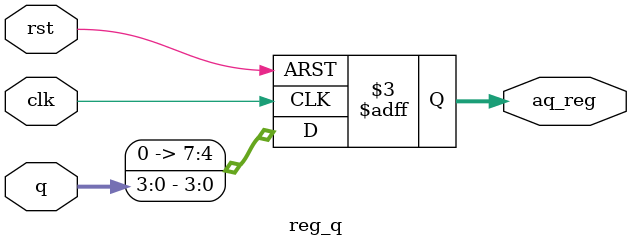
<source format=sv>
module reg_q
#(
    parameter N = 4
)
(
    input clk,
	 input rst,
    input [N-1:0] q,

    output logic [(2*N)-1:0] aq_reg
);

always_ff@(posedge clk, negedge rst)
begin
	if(~rst)
		begin 
			aq_reg <= '0;
		end 
		
		else
		begin 
			aq_reg <= {4'b0000,q};
		end

end
endmodule

</source>
